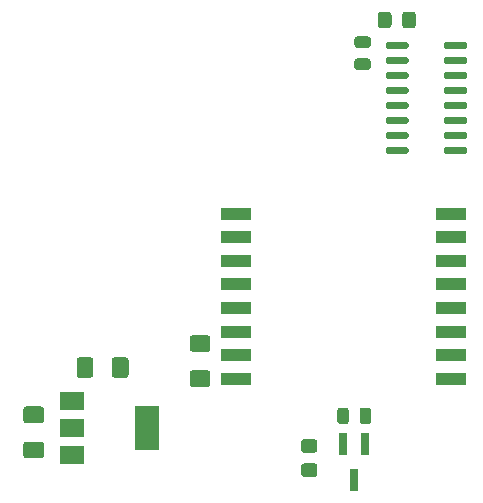
<source format=gtp>
G04 #@! TF.GenerationSoftware,KiCad,Pcbnew,5.1.6-c6e7f7d~87~ubuntu18.04.1*
G04 #@! TF.CreationDate,2020-08-10T00:51:21+02:00*
G04 #@! TF.ProjectId,MyGateway,4d794761-7465-4776-9179-2e6b69636164,rev?*
G04 #@! TF.SameCoordinates,Original*
G04 #@! TF.FileFunction,Paste,Top*
G04 #@! TF.FilePolarity,Positive*
%FSLAX46Y46*%
G04 Gerber Fmt 4.6, Leading zero omitted, Abs format (unit mm)*
G04 Created by KiCad (PCBNEW 5.1.6-c6e7f7d~87~ubuntu18.04.1) date 2020-08-10 00:51:21*
%MOMM*%
%LPD*%
G01*
G04 APERTURE LIST*
%ADD10R,2.500000X1.000000*%
%ADD11R,0.800000X1.900000*%
%ADD12R,2.000000X1.500000*%
%ADD13R,2.000000X3.800000*%
G04 APERTURE END LIST*
G36*
G01*
X157351750Y-84335000D02*
X158264250Y-84335000D01*
G75*
G02*
X158508000Y-84578750I0J-243750D01*
G01*
X158508000Y-85066250D01*
G75*
G02*
X158264250Y-85310000I-243750J0D01*
G01*
X157351750Y-85310000D01*
G75*
G02*
X157108000Y-85066250I0J243750D01*
G01*
X157108000Y-84578750D01*
G75*
G02*
X157351750Y-84335000I243750J0D01*
G01*
G37*
G36*
G01*
X157351750Y-82460000D02*
X158264250Y-82460000D01*
G75*
G02*
X158508000Y-82703750I0J-243750D01*
G01*
X158508000Y-83191250D01*
G75*
G02*
X158264250Y-83435000I-243750J0D01*
G01*
X157351750Y-83435000D01*
G75*
G02*
X157108000Y-83191250I0J243750D01*
G01*
X157108000Y-82703750D01*
G75*
G02*
X157351750Y-82460000I243750J0D01*
G01*
G37*
G36*
G01*
X161158000Y-81525001D02*
X161158000Y-80624999D01*
G75*
G02*
X161407999Y-80375000I249999J0D01*
G01*
X162058001Y-80375000D01*
G75*
G02*
X162308000Y-80624999I0J-249999D01*
G01*
X162308000Y-81525001D01*
G75*
G02*
X162058001Y-81775000I-249999J0D01*
G01*
X161407999Y-81775000D01*
G75*
G02*
X161158000Y-81525001I0J249999D01*
G01*
G37*
G36*
G01*
X159108000Y-81525001D02*
X159108000Y-80624999D01*
G75*
G02*
X159357999Y-80375000I249999J0D01*
G01*
X160008001Y-80375000D01*
G75*
G02*
X160258000Y-80624999I0J-249999D01*
G01*
X160258000Y-81525001D01*
G75*
G02*
X160008001Y-81775000I-249999J0D01*
G01*
X159357999Y-81775000D01*
G75*
G02*
X159108000Y-81525001I0J249999D01*
G01*
G37*
G36*
G01*
X144673000Y-109180000D02*
X143423000Y-109180000D01*
G75*
G02*
X143173000Y-108930000I0J250000D01*
G01*
X143173000Y-108005000D01*
G75*
G02*
X143423000Y-107755000I250000J0D01*
G01*
X144673000Y-107755000D01*
G75*
G02*
X144923000Y-108005000I0J-250000D01*
G01*
X144923000Y-108930000D01*
G75*
G02*
X144673000Y-109180000I-250000J0D01*
G01*
G37*
G36*
G01*
X144673000Y-112155000D02*
X143423000Y-112155000D01*
G75*
G02*
X143173000Y-111905000I0J250000D01*
G01*
X143173000Y-110980000D01*
G75*
G02*
X143423000Y-110730000I250000J0D01*
G01*
X144673000Y-110730000D01*
G75*
G02*
X144923000Y-110980000I0J-250000D01*
G01*
X144923000Y-111905000D01*
G75*
G02*
X144673000Y-112155000I-250000J0D01*
G01*
G37*
G36*
G01*
X152837999Y-118622500D02*
X153738001Y-118622500D01*
G75*
G02*
X153988000Y-118872499I0J-249999D01*
G01*
X153988000Y-119522501D01*
G75*
G02*
X153738001Y-119772500I-249999J0D01*
G01*
X152837999Y-119772500D01*
G75*
G02*
X152588000Y-119522501I0J249999D01*
G01*
X152588000Y-118872499D01*
G75*
G02*
X152837999Y-118622500I249999J0D01*
G01*
G37*
G36*
G01*
X152837999Y-116572500D02*
X153738001Y-116572500D01*
G75*
G02*
X153988000Y-116822499I0J-249999D01*
G01*
X153988000Y-117472501D01*
G75*
G02*
X153738001Y-117722500I-249999J0D01*
G01*
X152837999Y-117722500D01*
G75*
G02*
X152588000Y-117472501I0J249999D01*
G01*
X152588000Y-116822499D01*
G75*
G02*
X152837999Y-116572500I249999J0D01*
G01*
G37*
D10*
X147111000Y-97466900D03*
X147111000Y-99466900D03*
X147111000Y-101466900D03*
X147111000Y-103466900D03*
X147111000Y-105466900D03*
X147111000Y-107466900D03*
X147111000Y-109466900D03*
X147111000Y-111466900D03*
X165311000Y-111466900D03*
X165311000Y-109466900D03*
X165311000Y-107466900D03*
X165311000Y-105466900D03*
X165311000Y-103466900D03*
X165311000Y-101466900D03*
X165311000Y-99466900D03*
X165311000Y-97466900D03*
D11*
X158048000Y-117005000D03*
X156148000Y-117005000D03*
X157098000Y-120005000D03*
G36*
G01*
X164708000Y-83390000D02*
X164708000Y-83090000D01*
G75*
G02*
X164858000Y-82940000I150000J0D01*
G01*
X166508000Y-82940000D01*
G75*
G02*
X166658000Y-83090000I0J-150000D01*
G01*
X166658000Y-83390000D01*
G75*
G02*
X166508000Y-83540000I-150000J0D01*
G01*
X164858000Y-83540000D01*
G75*
G02*
X164708000Y-83390000I0J150000D01*
G01*
G37*
G36*
G01*
X164708000Y-84660000D02*
X164708000Y-84360000D01*
G75*
G02*
X164858000Y-84210000I150000J0D01*
G01*
X166508000Y-84210000D01*
G75*
G02*
X166658000Y-84360000I0J-150000D01*
G01*
X166658000Y-84660000D01*
G75*
G02*
X166508000Y-84810000I-150000J0D01*
G01*
X164858000Y-84810000D01*
G75*
G02*
X164708000Y-84660000I0J150000D01*
G01*
G37*
G36*
G01*
X164708000Y-85930000D02*
X164708000Y-85630000D01*
G75*
G02*
X164858000Y-85480000I150000J0D01*
G01*
X166508000Y-85480000D01*
G75*
G02*
X166658000Y-85630000I0J-150000D01*
G01*
X166658000Y-85930000D01*
G75*
G02*
X166508000Y-86080000I-150000J0D01*
G01*
X164858000Y-86080000D01*
G75*
G02*
X164708000Y-85930000I0J150000D01*
G01*
G37*
G36*
G01*
X164708000Y-87200000D02*
X164708000Y-86900000D01*
G75*
G02*
X164858000Y-86750000I150000J0D01*
G01*
X166508000Y-86750000D01*
G75*
G02*
X166658000Y-86900000I0J-150000D01*
G01*
X166658000Y-87200000D01*
G75*
G02*
X166508000Y-87350000I-150000J0D01*
G01*
X164858000Y-87350000D01*
G75*
G02*
X164708000Y-87200000I0J150000D01*
G01*
G37*
G36*
G01*
X164708000Y-88470000D02*
X164708000Y-88170000D01*
G75*
G02*
X164858000Y-88020000I150000J0D01*
G01*
X166508000Y-88020000D01*
G75*
G02*
X166658000Y-88170000I0J-150000D01*
G01*
X166658000Y-88470000D01*
G75*
G02*
X166508000Y-88620000I-150000J0D01*
G01*
X164858000Y-88620000D01*
G75*
G02*
X164708000Y-88470000I0J150000D01*
G01*
G37*
G36*
G01*
X164708000Y-89740000D02*
X164708000Y-89440000D01*
G75*
G02*
X164858000Y-89290000I150000J0D01*
G01*
X166508000Y-89290000D01*
G75*
G02*
X166658000Y-89440000I0J-150000D01*
G01*
X166658000Y-89740000D01*
G75*
G02*
X166508000Y-89890000I-150000J0D01*
G01*
X164858000Y-89890000D01*
G75*
G02*
X164708000Y-89740000I0J150000D01*
G01*
G37*
G36*
G01*
X164708000Y-91010000D02*
X164708000Y-90710000D01*
G75*
G02*
X164858000Y-90560000I150000J0D01*
G01*
X166508000Y-90560000D01*
G75*
G02*
X166658000Y-90710000I0J-150000D01*
G01*
X166658000Y-91010000D01*
G75*
G02*
X166508000Y-91160000I-150000J0D01*
G01*
X164858000Y-91160000D01*
G75*
G02*
X164708000Y-91010000I0J150000D01*
G01*
G37*
G36*
G01*
X164708000Y-92280000D02*
X164708000Y-91980000D01*
G75*
G02*
X164858000Y-91830000I150000J0D01*
G01*
X166508000Y-91830000D01*
G75*
G02*
X166658000Y-91980000I0J-150000D01*
G01*
X166658000Y-92280000D01*
G75*
G02*
X166508000Y-92430000I-150000J0D01*
G01*
X164858000Y-92430000D01*
G75*
G02*
X164708000Y-92280000I0J150000D01*
G01*
G37*
G36*
G01*
X159758000Y-92280000D02*
X159758000Y-91980000D01*
G75*
G02*
X159908000Y-91830000I150000J0D01*
G01*
X161558000Y-91830000D01*
G75*
G02*
X161708000Y-91980000I0J-150000D01*
G01*
X161708000Y-92280000D01*
G75*
G02*
X161558000Y-92430000I-150000J0D01*
G01*
X159908000Y-92430000D01*
G75*
G02*
X159758000Y-92280000I0J150000D01*
G01*
G37*
G36*
G01*
X159758000Y-91010000D02*
X159758000Y-90710000D01*
G75*
G02*
X159908000Y-90560000I150000J0D01*
G01*
X161558000Y-90560000D01*
G75*
G02*
X161708000Y-90710000I0J-150000D01*
G01*
X161708000Y-91010000D01*
G75*
G02*
X161558000Y-91160000I-150000J0D01*
G01*
X159908000Y-91160000D01*
G75*
G02*
X159758000Y-91010000I0J150000D01*
G01*
G37*
G36*
G01*
X159758000Y-89740000D02*
X159758000Y-89440000D01*
G75*
G02*
X159908000Y-89290000I150000J0D01*
G01*
X161558000Y-89290000D01*
G75*
G02*
X161708000Y-89440000I0J-150000D01*
G01*
X161708000Y-89740000D01*
G75*
G02*
X161558000Y-89890000I-150000J0D01*
G01*
X159908000Y-89890000D01*
G75*
G02*
X159758000Y-89740000I0J150000D01*
G01*
G37*
G36*
G01*
X159758000Y-88470000D02*
X159758000Y-88170000D01*
G75*
G02*
X159908000Y-88020000I150000J0D01*
G01*
X161558000Y-88020000D01*
G75*
G02*
X161708000Y-88170000I0J-150000D01*
G01*
X161708000Y-88470000D01*
G75*
G02*
X161558000Y-88620000I-150000J0D01*
G01*
X159908000Y-88620000D01*
G75*
G02*
X159758000Y-88470000I0J150000D01*
G01*
G37*
G36*
G01*
X159758000Y-87200000D02*
X159758000Y-86900000D01*
G75*
G02*
X159908000Y-86750000I150000J0D01*
G01*
X161558000Y-86750000D01*
G75*
G02*
X161708000Y-86900000I0J-150000D01*
G01*
X161708000Y-87200000D01*
G75*
G02*
X161558000Y-87350000I-150000J0D01*
G01*
X159908000Y-87350000D01*
G75*
G02*
X159758000Y-87200000I0J150000D01*
G01*
G37*
G36*
G01*
X159758000Y-85930000D02*
X159758000Y-85630000D01*
G75*
G02*
X159908000Y-85480000I150000J0D01*
G01*
X161558000Y-85480000D01*
G75*
G02*
X161708000Y-85630000I0J-150000D01*
G01*
X161708000Y-85930000D01*
G75*
G02*
X161558000Y-86080000I-150000J0D01*
G01*
X159908000Y-86080000D01*
G75*
G02*
X159758000Y-85930000I0J150000D01*
G01*
G37*
G36*
G01*
X159758000Y-84660000D02*
X159758000Y-84360000D01*
G75*
G02*
X159908000Y-84210000I150000J0D01*
G01*
X161558000Y-84210000D01*
G75*
G02*
X161708000Y-84360000I0J-150000D01*
G01*
X161708000Y-84660000D01*
G75*
G02*
X161558000Y-84810000I-150000J0D01*
G01*
X159908000Y-84810000D01*
G75*
G02*
X159758000Y-84660000I0J150000D01*
G01*
G37*
G36*
G01*
X159758000Y-83390000D02*
X159758000Y-83090000D01*
G75*
G02*
X159908000Y-82940000I150000J0D01*
G01*
X161558000Y-82940000D01*
G75*
G02*
X161708000Y-83090000I0J-150000D01*
G01*
X161708000Y-83390000D01*
G75*
G02*
X161558000Y-83540000I-150000J0D01*
G01*
X159908000Y-83540000D01*
G75*
G02*
X159758000Y-83390000I0J150000D01*
G01*
G37*
D12*
X133228000Y-113315000D03*
X133228000Y-117915000D03*
X133228000Y-115615000D03*
D13*
X139528000Y-115615000D03*
G36*
G01*
X157548000Y-115051250D02*
X157548000Y-114138750D01*
G75*
G02*
X157791750Y-113895000I243750J0D01*
G01*
X158279250Y-113895000D01*
G75*
G02*
X158523000Y-114138750I0J-243750D01*
G01*
X158523000Y-115051250D01*
G75*
G02*
X158279250Y-115295000I-243750J0D01*
G01*
X157791750Y-115295000D01*
G75*
G02*
X157548000Y-115051250I0J243750D01*
G01*
G37*
G36*
G01*
X155673000Y-115051250D02*
X155673000Y-114138750D01*
G75*
G02*
X155916750Y-113895000I243750J0D01*
G01*
X156404250Y-113895000D01*
G75*
G02*
X156648000Y-114138750I0J-243750D01*
G01*
X156648000Y-115051250D01*
G75*
G02*
X156404250Y-115295000I-243750J0D01*
G01*
X155916750Y-115295000D01*
G75*
G02*
X155673000Y-115051250I0J243750D01*
G01*
G37*
G36*
G01*
X135013000Y-109880000D02*
X135013000Y-111130000D01*
G75*
G02*
X134763000Y-111380000I-250000J0D01*
G01*
X133838000Y-111380000D01*
G75*
G02*
X133588000Y-111130000I0J250000D01*
G01*
X133588000Y-109880000D01*
G75*
G02*
X133838000Y-109630000I250000J0D01*
G01*
X134763000Y-109630000D01*
G75*
G02*
X135013000Y-109880000I0J-250000D01*
G01*
G37*
G36*
G01*
X137988000Y-109880000D02*
X137988000Y-111130000D01*
G75*
G02*
X137738000Y-111380000I-250000J0D01*
G01*
X136813000Y-111380000D01*
G75*
G02*
X136563000Y-111130000I0J250000D01*
G01*
X136563000Y-109880000D01*
G75*
G02*
X136813000Y-109630000I250000J0D01*
G01*
X137738000Y-109630000D01*
G75*
G02*
X137988000Y-109880000I0J-250000D01*
G01*
G37*
G36*
G01*
X130583000Y-115220000D02*
X129333000Y-115220000D01*
G75*
G02*
X129083000Y-114970000I0J250000D01*
G01*
X129083000Y-114045000D01*
G75*
G02*
X129333000Y-113795000I250000J0D01*
G01*
X130583000Y-113795000D01*
G75*
G02*
X130833000Y-114045000I0J-250000D01*
G01*
X130833000Y-114970000D01*
G75*
G02*
X130583000Y-115220000I-250000J0D01*
G01*
G37*
G36*
G01*
X130583000Y-118195000D02*
X129333000Y-118195000D01*
G75*
G02*
X129083000Y-117945000I0J250000D01*
G01*
X129083000Y-117020000D01*
G75*
G02*
X129333000Y-116770000I250000J0D01*
G01*
X130583000Y-116770000D01*
G75*
G02*
X130833000Y-117020000I0J-250000D01*
G01*
X130833000Y-117945000D01*
G75*
G02*
X130583000Y-118195000I-250000J0D01*
G01*
G37*
M02*

</source>
